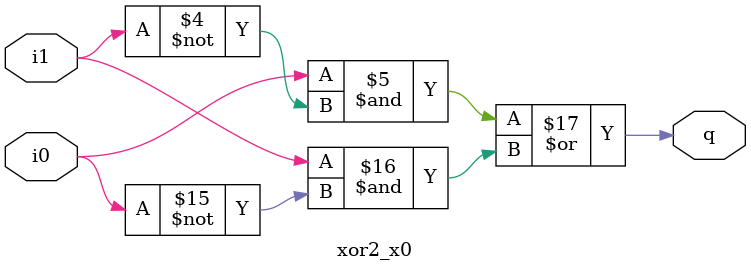
<source format=v>
/*                                                                      */
/*  Avertec Release v3.4p5 (64 bits on Linux 6.7.12+bpo-amd64)          */
/*  [AVT_only] host: fsdev                                              */
/*  [AVT_only] arch: x86_64                                             */
/*  [AVT_only] path: /opt/tasyag-3.4p5/bin/avt_shell                    */
/*  argv:                                                               */
/*                                                                      */
/*  User: verhaegs                                                      */
/*  Generation date Tue Sep 24 13:35:35 2024                            */
/*                                                                      */
/*  Verilog data flow description generated from `xor2_x0`              */
/*                                                                      */


`timescale 1 ps/1 ps

module xor2_x0 (i0, i1, q);

  input  i0;
  input  i1;
  output q;

  wire i1_n;
  wire i0_n;

  assign i0_n = ~(i0);
  assign i1_n = ~(i1);

  assign q = ((~(i0_n) & ~(i1)) | (~(i0_n) & ~(i0)) | (~(i1_n) & ~(i1)) |
(~(i1_n) & ~(i0)));

endmodule

</source>
